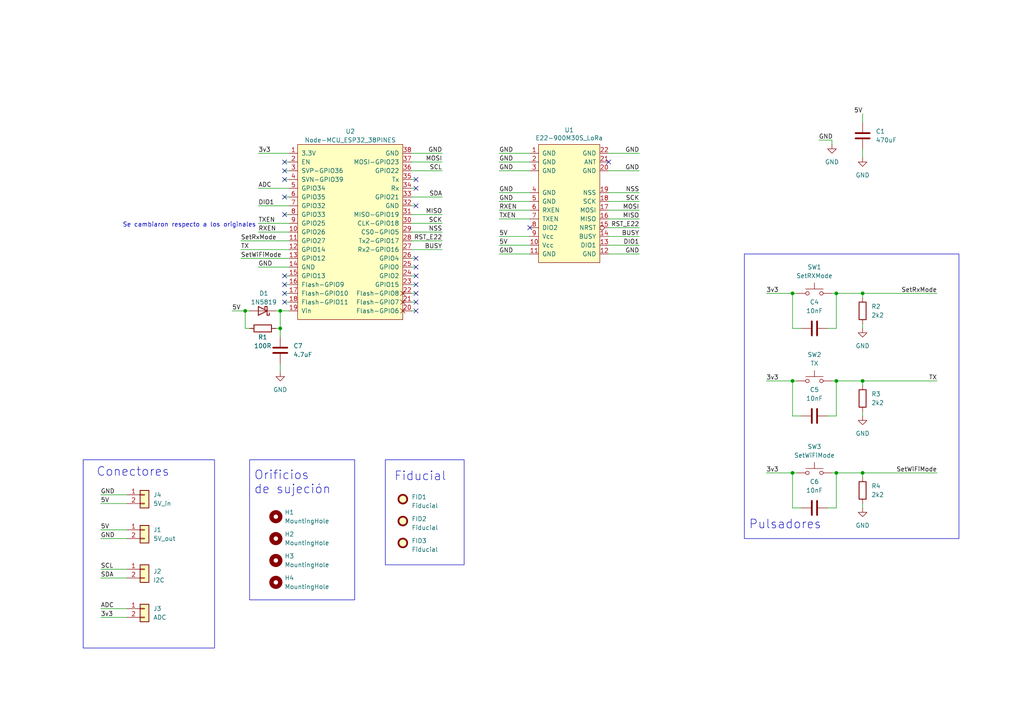
<source format=kicad_sch>
(kicad_sch (version 20230121) (generator eeschema)
  (paper "A4")
  (title_block (title "Esquema dispositivo de comunicación ESP32-E22") (date "10/03/2023") (rev "1") (company "Satellogic"))
  (lib_symbols
    (symbol "Connector_Generic:Conn_01x02" (pin_names (offset 1.016) hide)
      (property "Reference" "J" (at 0 2.54 0))
      (property "Value" "Conn_01x02" (at 0 -5.08 0))
      (symbol "Conn_01x02_1_1"
        (rectangle (start -1.27 -2.413) (end 0 -2.667) (stroke (width 0.1524)))
        (rectangle (start -1.27 0.127) (end 0 -0.127) (stroke (width 0.1524)))
        (rectangle (start -1.27 1.27) (end 1.27 -3.81) (stroke (width 0.254)) (fill (type background)))
        (pin passive line (at -5.08 0 0) (length 3.81) (name "Pin_1") (number "1"))
        (pin passive line (at -5.08 -2.54 0) (length 3.81) (name "Pin_2") (number "2"))
      )
    )
    (symbol "Device:C" (pin_numbers hide) (pin_names (offset 0.254))
      (property "Reference" "C" (at 0.635 2.54 0))
      (property "Value" "C" (at 0.635 -2.54 0))
      (symbol "C_0_1"
        (polyline (pts (xy -2.032 -0.762) (xy 2.032 -0.762)) (stroke (width 0.508)))
        (polyline (pts (xy -2.032 0.762) (xy 2.032 0.762)) (stroke (width 0.508)))
      )
      (symbol "C_1_1"
        (pin passive line (at 0 3.81 270) (length 2.794) (name "~") (number "1"))
        (pin passive line (at 0 -3.81 90) (length 2.794) (name "~") (number "2"))
      )
    )
    (symbol "Device:E22-900M30S_LoRa" (pin_names (offset 1.016))
      (property "Reference" "U" (at 0 -19.05 0))
      (property "Value" "E22-900M30S_LoRa" (at 0 17.78 0))
      (symbol "E22-900M30S_LoRa_0_1"
        (rectangle (start 8.89 16.51) (end -8.89 -17.78) (fill (type background)))
      )
      (symbol "E22-900M30S_LoRa_1_1"
        (pin power_in line (at -11.43 13.97 0) (length 2.54) (name "GND") (number "1"))
        (pin power_in line (at -11.43 -12.7 0) (length 2.54) (name "Vcc") (number "10"))
        (pin power_in line (at -11.43 -15.24 0) (length 2.54) (name "GND") (number "11"))
        (pin power_in line (at 11.43 -15.24 180) (length 2.54) (name "GND") (number "12"))
        (pin bidirectional line (at 11.43 -12.7 180) (length 2.54) (name "DIO1") (number "13"))
        (pin output line (at 11.43 -10.16 180) (length 2.54) (name "BUSY") (number "14"))
        (pin input inverted (at 11.43 -7.62 180) (length 2.54) (name "NRST") (number "15"))
        (pin output line (at 11.43 -5.08 180) (length 2.54) (name "MISO") (number "16"))
        (pin input line (at 11.43 -2.54 180) (length 2.54) (name "MOSI") (number "17"))
        (pin input line (at 11.43 0 180) (length 2.54) (name "SCK") (number "18"))
        (pin input line (at 11.43 2.54 180) (length 2.54) (name "NSS") (number "19"))
        (pin power_in line (at -11.43 11.43 0) (length 2.54) (name "GND") (number "2"))
        (pin power_in line (at 11.43 8.89 180) (length 2.54) (name "GND") (number "20"))
        (pin output line (at 11.43 11.43 180) (length 2.54) (name "ANT") (number "21"))
        (pin power_in line (at 11.43 13.97 180) (length 2.54) (name "GND") (number "22"))
        (pin power_in line (at -11.43 8.89 0) (length 2.54) (name "GND") (number "3"))
        (pin power_in line (at -11.43 2.54 0) (length 2.54) (name "GND") (number "4"))
        (pin power_in line (at -11.43 0 0) (length 2.54) (name "GND") (number "5"))
        (pin input line (at -11.43 -2.54 0) (length 2.54) (name "RXEN") (number "6"))
        (pin input line (at -11.43 -5.08 0) (length 2.54) (name "TXEN") (number "7"))
        (pin bidirectional line (at -11.43 -7.62 0) (length 2.54) (name "DIO2") (number "8"))
        (pin power_in line (at -11.43 -10.16 0) (length 2.54) (name "Vcc") (number "9"))
      )
    )
    (symbol "Device:R" (pin_numbers hide) (pin_names (offset 0))
      (property "Reference" "R" (at 2.032 0 90))
      (property "Value" "R" (at 0 0 90))
      (symbol "R_0_1"
        (rectangle (start -1.016 -2.54) (end 1.016 2.54) (stroke (width 0.254)))
      )
      (symbol "R_1_1"
        (pin passive line (at 0 3.81 270) (length 1.27) (name "~") (number "1"))
        (pin passive line (at 0 -3.81 90) (length 1.27) (name "~") (number "2"))
      )
    )
    (symbol "Diode:1N5819" (pin_numbers hide) (pin_names (offset 1.016) hide)
      (property "Reference" "D" (at 0 2.54 0))
      (property "Value" "1N5819" (at 0 -2.54 0))
      (symbol "1N5819_0_1"
        (polyline (pts (xy 1.27 0) (xy -1.27 0)))
        (polyline (pts (xy 1.27 1.27) (xy 1.27 -1.27) (xy -1.27 0) (xy 1.27 1.27)) (stroke (width 0.254)))
        (polyline (pts (xy -1.905 0.635) (xy -1.905 1.27) (xy -1.27 1.27) (xy -1.27 -1.27) (xy -0.635 -1.27) (xy -0.635 -0.635)) (stroke (width 0.254)))
      )
      (symbol "1N5819_1_1"
        (pin passive line (at -3.81 0 0) (length 2.54) (name "K") (number "1"))
        (pin passive line (at 3.81 0 180) (length 2.54) (name "A") (number "2"))
      )
    )
    (symbol "Libreria_Proyecto_Satellogic:Node-MCU_ESP32_38PINES" (pin_names (offset 1.016))
      (property "Reference" "U" (at 0 -27.94 0))
      (property "Value" "Node-MCU_ESP32_38PINES" (at -1.27 25.4 0))
      (symbol "Node-MCU_ESP32_38PINES_0_1"
        (rectangle (start -15.24 24.13) (end 15.24 -26.67) (fill (type background)))
      )
      (symbol "Node-MCU_ESP32_38PINES_1_1"
        (pin power_in line (at -17.78 21.59 0) (length 2.54) (name "3.3V") (number "1"))
        (pin bidirectional line (at -17.78 -1.27 0) (length 2.54) (name "GPIO26") (number "10"))
        (pin bidirectional line (at -17.78 -3.81 0) (length 2.54) (name "GPIO27") (number "11"))
        (pin bidirectional line (at -17.78 -6.35 0) (length 2.54) (name "GPIO14") (number "12"))
        (pin bidirectional line (at -17.78 -8.89 0) (length 2.54) (name "GPIO12") (number "13"))
        (pin power_in line (at -17.78 -11.43 0) (length 2.54) (name "GND") (number "14"))
        (pin bidirectional line (at -17.78 -13.97 0) (length 2.54) (name "GPIO13") (number "15"))
        (pin bidirectional line (at -17.78 -16.51 0) (length 2.54) (name "Flash-GPIO9") (number "16"))
        (pin bidirectional line (at -17.78 -19.05 0) (length 2.54) (name "Flash-GPIO10") (number "17"))
        (pin bidirectional line (at -17.78 -21.59 0) (length 2.54) (name "Flash-GPIO11") (number "18"))
        (pin power_in line (at -17.78 -24.13 0) (length 2.54) (name "Vin") (number "19"))
        (pin input line (at -17.78 19.05 0) (length 2.54) (name "EN") (number "2"))
        (pin output non_logic (at 17.78 -24.13 180) (length 2.54) (name "Flash-GPIO6") (number "20"))
        (pin bidirectional non_logic (at 17.78 -21.59 180) (length 2.54) (name "Flash-GPIO7") (number "21"))
        (pin bidirectional non_logic (at 17.78 -19.05 180) (length 2.54) (name "Flash-GPIO8") (number "22"))
        (pin bidirectional line (at 17.78 -16.51 180) (length 2.54) (name "GPIO15") (number "23"))
        (pin bidirectional line (at 17.78 -13.97 180) (length 2.54) (name "GPIO2") (number "24"))
        (pin bidirectional line (at 17.78 -11.43 180) (length 2.54) (name "GPIO0") (number "25"))
        (pin bidirectional line (at 17.78 -8.89 180) (length 2.54) (name "GPIO4") (number "26"))
        (pin bidirectional line (at 17.78 -6.35 180) (length 2.54) (name "Rx2-GPIO16") (number "27"))
        (pin bidirectional line (at 17.78 -3.81 180) (length 2.54) (name "Tx2-GPIO17") (number "28"))
        (pin bidirectional line (at 17.78 -1.27 180) (length 2.54) (name "CS0-GPIO5") (number "29"))
        (pin bidirectional line (at -17.78 16.51 0) (length 2.54) (name "SVP-GPIO36") (number "3"))
        (pin bidirectional line (at 17.78 1.27 180) (length 2.54) (name "CLK-GPIO18") (number "30"))
        (pin bidirectional line (at 17.78 3.81 180) (length 2.54) (name "MISO-GPIO19") (number "31"))
        (pin power_in line (at 17.78 6.35 180) (length 2.54) (name "GND") (number "32"))
        (pin bidirectional line (at 17.78 8.89 180) (length 2.54) (name "GPIO21") (number "33"))
        (pin input line (at 17.78 11.43 180) (length 2.54) (name "Rx") (number "34"))
        (pin output line (at 17.78 13.97 180) (length 2.54) (name "Tx") (number "35"))
        (pin bidirectional line (at 17.78 16.51 180) (length 2.54) (name "GPIO22") (number "36"))
        (pin bidirectional line (at 17.78 19.05 180) (length 2.54) (name "MOSI-GPIO23") (number "37"))
        (pin power_in line (at 17.78 21.59 180) (length 2.54) (name "GND") (number "38"))
        (pin bidirectional line (at -17.78 13.97 0) (length 2.54) (name "SVN-GPIO39") (number "4"))
        (pin bidirectional line (at -17.78 11.43 0) (length 2.54) (name "GPIO34") (number "5"))
        (pin bidirectional line (at -17.78 8.89 0) (length 2.54) (name "GPIO35") (number "6"))
        (pin bidirectional line (at -17.78 6.35 0) (length 2.54) (name "GPIO32") (number "7"))
        (pin bidirectional line (at -17.78 3.81 0) (length 2.54) (name "GPIO33") (number "8"))
        (pin bidirectional line (at -17.78 1.27 0) (length 2.54) (name "GPIO25") (number "9"))
      )
    )
    (symbol "Mechanical:Fiducial"
      (property "Reference" "FID" (at 0 5.08 0))
      (property "Value" "Fiducial" (at 0 3.175 0))
      (symbol "Fiducial_0_1"
        (circle (center 0 0) (radius 1.27) (stroke (width 0.508)) (fill (type background)))
      )
    )
    (symbol "Mechanical:MountingHole" (pin_names (offset 1.016))
      (property "Reference" "H" (at 0 5.08 0))
      (property "Value" "MountingHole" (at 0 3.175 0))
      (symbol "MountingHole_0_1"
        (circle (center 0 0) (radius 1.27) (stroke (width 1.27)))
      )
    )
    (symbol "Switch:SW_Push" (pin_numbers hide) (pin_names (offset 1.016) hide)
      (property "Reference" "SW" (at 1.27 2.54 0))
      (property "Value" "SW_Push" (at 0 -1.524 0))
      (symbol "SW_Push_0_1"
        (circle (center -2.032 0) (radius 0.508))
        (polyline (pts (xy 0 1.27) (xy 0 3.048)))
        (polyline (pts (xy 2.54 1.27) (xy -2.54 1.27)))
        (circle (center 2.032 0) (radius 0.508))
        (pin passive line (at -5.08 0 0) (length 2.54) (name "1") (number "1"))
        (pin passive line (at 5.08 0 180) (length 2.54) (name "2") (number "2"))
      )
    )
    (symbol "power:GND" (power) (pin_names (offset 0))
      (property "Value" "GND" (at 0 -3.81 0))
      (symbol "GND_0_1"
        (polyline (pts (xy 0 0) (xy 0 -1.27) (xy 1.27 -1.27) (xy 0 -2.54) (xy -1.27 -1.27) (xy 0 -1.27)))
      )
      (symbol "GND_1_1"
        (pin power_in line (at 0 0 270) (length 0) hide (name "GND") (number "1"))
      )
    )
  )
  (junction (at 250.19 110.49))
  (junction (at 229.87 85.09))
  (junction (at 242.57 85.09))
  (junction (at 71.12 90.17))
  (junction (at 242.57 137.16))
  (junction (at 229.87 137.16))
  (junction (at 81.28 95.25))
  (junction (at 242.57 110.49))
  (junction (at 229.87 110.49))
  (junction (at 81.28 90.17))
  (junction (at 250.19 137.16))
  (junction (at 250.19 85.09))
  (no_connect (at 82.55 49.53))
  (no_connect (at 82.55 87.63))
  (no_connect (at 120.65 74.93))
  (no_connect (at 82.55 57.15))
  (no_connect (at 153.67 66.04))
  (no_connect (at 120.65 80.01))
  (no_connect (at 82.55 82.55))
  (no_connect (at 120.65 90.17))
  (no_connect (at 82.55 85.09))
  (no_connect (at 120.65 77.47))
  (no_connect (at 120.65 85.09))
  (no_connect (at 82.55 52.07))
  (no_connect (at 120.65 87.63))
  (no_connect (at 82.55 62.23))
  (no_connect (at 82.55 46.99))
  (no_connect (at 120.65 52.07))
  (no_connect (at 120.65 59.69))
  (no_connect (at 120.65 82.55))
  (no_connect (at 120.65 54.61))
  (no_connect (at 176.53 46.99))
  (no_connect (at 82.55 80.01))
  (wire (pts (xy 120.65 74.93) (xy 119.38 74.93)))
  (wire (pts (xy 222.25 85.09) (xy 229.87 85.09)))
  (wire (pts (xy 232.41 95.25) (xy 229.87 95.25)))
  (wire (pts (xy 119.38 49.53) (xy 128.27 49.53)))
  (wire (pts (xy 72.39 95.25) (xy 71.12 95.25)))
  (wire (pts (xy 229.87 137.16) (xy 231.14 137.16)))
  (wire (pts (xy 144.78 63.5) (xy 153.67 63.5)))
  (wire (pts (xy 250.19 119.38) (xy 250.19 120.65)))
  (wire (pts (xy 71.12 90.17) (xy 72.39 90.17)))
  (wire (pts (xy 74.93 64.77) (xy 83.82 64.77)))
  (wire (pts (xy 242.57 85.09) (xy 250.19 85.09)))
  (wire (pts (xy 74.93 77.47) (xy 83.82 77.47)))
  (wire (pts (xy 82.55 46.99) (xy 83.82 46.99)))
  (wire (pts (xy 240.03 95.25) (xy 242.57 95.25)))
  (wire (pts (xy 176.53 58.42) (xy 185.42 58.42)))
  (wire (pts (xy 29.21 165.1) (xy 36.83 165.1)))
  (wire (pts (xy 176.53 49.53) (xy 185.42 49.53)))
  (wire (pts (xy 29.21 167.64) (xy 36.83 167.64)))
  (wire (pts (xy 81.28 105.41) (xy 81.28 107.95)))
  (wire (pts (xy 119.38 62.23) (xy 128.27 62.23)))
  (wire (pts (xy 240.03 147.32) (xy 242.57 147.32)))
  (wire (pts (xy 119.38 44.45) (xy 128.27 44.45)))
  (wire (pts (xy 229.87 120.65) (xy 229.87 110.49)))
  (wire (pts (xy 74.93 67.31) (xy 83.82 67.31)))
  (wire (pts (xy 250.19 85.09) (xy 250.19 86.36)))
  (wire (pts (xy 241.3 110.49) (xy 242.57 110.49)))
  (wire (pts (xy 250.19 93.98) (xy 250.19 95.25)))
  (wire (pts (xy 120.65 80.01) (xy 119.38 80.01)))
  (wire (pts (xy 250.19 33.02) (xy 250.19 35.56)))
  (wire (pts (xy 71.12 95.25) (xy 71.12 90.17)))
  (wire (pts (xy 67.31 90.17) (xy 71.12 90.17)))
  (wire (pts (xy 250.19 137.16) (xy 250.19 138.43)))
  (wire (pts (xy 80.01 90.17) (xy 81.28 90.17)))
  (wire (pts (xy 242.57 137.16) (xy 250.19 137.16)))
  (wire (pts (xy 119.38 72.39) (xy 128.27 72.39)))
  (wire (pts (xy 29.21 176.53) (xy 36.83 176.53)))
  (wire (pts (xy 242.57 120.65) (xy 242.57 110.49)))
  (wire (pts (xy 241.3 85.09) (xy 242.57 85.09)))
  (wire (pts (xy 29.21 146.05) (xy 36.83 146.05)))
  (wire (pts (xy 176.53 73.66) (xy 185.42 73.66)))
  (wire (pts (xy 241.3 137.16) (xy 242.57 137.16)))
  (wire (pts (xy 237.49 40.64) (xy 241.3 40.64)))
  (wire (pts (xy 144.78 60.96) (xy 153.67 60.96)))
  (wire (pts (xy 120.65 87.63) (xy 119.38 87.63)))
  (wire (pts (xy 229.87 95.25) (xy 229.87 85.09)))
  (wire (pts (xy 119.38 57.15) (xy 128.27 57.15)))
  (wire (pts (xy 120.65 59.69) (xy 119.38 59.69)))
  (wire (pts (xy 144.78 71.12) (xy 153.67 71.12)))
  (wire (pts (xy 119.38 67.31) (xy 128.27 67.31)))
  (wire (pts (xy 29.21 156.21) (xy 36.83 156.21)))
  (wire (pts (xy 81.28 90.17) (xy 83.82 90.17)))
  (wire (pts (xy 229.87 110.49) (xy 231.14 110.49)))
  (wire (pts (xy 250.19 85.09) (xy 271.78 85.09)))
  (wire (pts (xy 242.57 95.25) (xy 242.57 85.09)))
  (wire (pts (xy 120.65 82.55) (xy 119.38 82.55)))
  (wire (pts (xy 120.65 52.07) (xy 119.38 52.07)))
  (wire (pts (xy 176.53 63.5) (xy 185.42 63.5)))
  (wire (pts (xy 222.25 137.16) (xy 229.87 137.16)))
  (wire (pts (xy 176.53 44.45) (xy 185.42 44.45)))
  (wire (pts (xy 82.55 80.01) (xy 83.82 80.01)))
  (wire (pts (xy 232.41 120.65) (xy 229.87 120.65)))
  (wire (pts (xy 29.21 179.07) (xy 36.83 179.07)))
  (wire (pts (xy 242.57 110.49) (xy 250.19 110.49)))
  (wire (pts (xy 144.78 44.45) (xy 153.67 44.45)))
  (wire (pts (xy 250.19 43.18) (xy 250.19 45.72)))
  (wire (pts (xy 29.21 153.67) (xy 36.83 153.67)))
  (wire (pts (xy 250.19 137.16) (xy 271.78 137.16)))
  (wire (pts (xy 82.55 49.53) (xy 83.82 49.53)))
  (wire (pts (xy 240.03 120.65) (xy 242.57 120.65)))
  (wire (pts (xy 176.53 71.12) (xy 185.42 71.12)))
  (wire (pts (xy 229.87 85.09) (xy 231.14 85.09)))
  (wire (pts (xy 176.53 55.88) (xy 185.42 55.88)))
  (wire (pts (xy 176.53 68.58) (xy 185.42 68.58)))
  (wire (pts (xy 82.55 62.23) (xy 83.82 62.23)))
  (wire (pts (xy 229.87 147.32) (xy 229.87 137.16)))
  (wire (pts (xy 69.85 72.39) (xy 83.82 72.39)))
  (wire (pts (xy 242.57 147.32) (xy 242.57 137.16)))
  (wire (pts (xy 144.78 55.88) (xy 153.67 55.88)))
  (wire (pts (xy 176.53 60.96) (xy 185.42 60.96)))
  (wire (pts (xy 232.41 147.32) (xy 229.87 147.32)))
  (wire (pts (xy 82.55 82.55) (xy 83.82 82.55)))
  (wire (pts (xy 250.19 110.49) (xy 271.78 110.49)))
  (wire (pts (xy 144.78 73.66) (xy 153.67 73.66)))
  (wire (pts (xy 82.55 57.15) (xy 83.82 57.15)))
  (wire (pts (xy 29.21 143.51) (xy 36.83 143.51)))
  (wire (pts (xy 82.55 52.07) (xy 83.82 52.07)))
  (wire (pts (xy 144.78 46.99) (xy 153.67 46.99)))
  (wire (pts (xy 82.55 87.63) (xy 83.82 87.63)))
  (wire (pts (xy 120.65 85.09) (xy 119.38 85.09)))
  (wire (pts (xy 120.65 54.61) (xy 119.38 54.61)))
  (wire (pts (xy 250.19 110.49) (xy 250.19 111.76)))
  (wire (pts (xy 119.38 64.77) (xy 128.27 64.77)))
  (wire (pts (xy 119.38 46.99) (xy 128.27 46.99)))
  (wire (pts (xy 82.55 85.09) (xy 83.82 85.09)))
  (wire (pts (xy 74.93 54.61) (xy 83.82 54.61)))
  (wire (pts (xy 176.53 66.04) (xy 185.42 66.04)))
  (wire (pts (xy 250.19 146.05) (xy 250.19 147.32)))
  (wire (pts (xy 69.85 74.93) (xy 83.82 74.93)))
  (wire (pts (xy 119.38 69.85) (xy 128.27 69.85)))
  (wire (pts (xy 80.01 95.25) (xy 81.28 95.25)))
  (wire (pts (xy 120.65 77.47) (xy 119.38 77.47)))
  (wire (pts (xy 81.28 95.25) (xy 81.28 90.17)))
  (wire (pts (xy 69.85 69.85) (xy 83.82 69.85)))
  (wire (pts (xy 144.78 58.42) (xy 153.67 58.42)))
  (wire (pts (xy 222.25 110.49) (xy 229.87 110.49)))
  (wire (pts (xy 241.3 40.64) (xy 241.3 41.91)))
  (wire (pts (xy 74.93 44.45) (xy 83.82 44.45)))
  (wire (pts (xy 120.65 90.17) (xy 119.38 90.17)))
  (wire (pts (xy 144.78 68.58) (xy 153.67 68.58)))
  (wire (pts (xy 81.28 95.25) (xy 81.28 97.79)))
  (wire (pts (xy 144.78 49.53) (xy 153.67 49.53)))
  (wire (pts (xy 74.93 59.69) (xy 83.82 59.69)))
  (rectangle (start 24.13 133.35) (end 62.23 187.96))
  (rectangle (start 215.9 73.66) (end 278.13 156.21))
  (rectangle (start 72.39 133.35) (end 102.87 173.99))
  (rectangle (start 111.76 133.35) (end 134.62 163.83))
  (text "Fiducial" (at 114.3 139.7 0) (effects (font (size 2.54 2.54)) (justify left bottom)))
  (text "Pulsadores" (at 217.17 153.67 0) (effects (font (size 2.54 2.54)) (justify left bottom)))
  (text "Orificios\nde sujeción" (at 73.66 143.51 0) (effects (font (size 2.54 2.54)) (justify left bottom)))
  (text "Se cambiaron respecto a los originales" (at 35.56 66.04 0) (effects (font (size 1.27 1.27)) (justify left bottom)))
  (text "Conectores" (at 27.94 138.43 0) (effects (font (size 2.54 2.54)) (justify left bottom)))
  (label "GND" (at 144.78 46.99 0))
  (label "TXEN" (at 144.78 63.5 0))
  (label "ADC" (at 29.21 176.53 0))
  (label "5V" (at 144.78 71.12 0))
  (label "RXEN" (at 144.78 60.96 0))
  (label "GND" (at 144.78 44.45 0))
  (label "SDA" (at 128.27 57.15 180))
  (label "3v3" (at 222.25 137.16 0))
  (label "MISO" (at 128.27 62.23 180))
  (label "GND" (at 144.78 49.53 0))
  (label "SCL" (at 128.27 49.53 180))
  (label "DIO1" (at 185.42 71.12 180))
  (label "NSS" (at 185.42 55.88 180))
  (label "SDA" (at 29.21 167.64 0))
  (label "GND" (at 29.21 156.21 0))
  (label "MISO" (at 185.42 63.5 180))
  (label "SetWiFiMode" (at 271.78 137.16 180))
  (label "RST_E22" (at 185.42 66.04 180))
  (label "SetWiFiMode" (at 69.85 74.93 0))
  (label "BUSY" (at 185.42 68.58 180))
  (label "5V" (at 29.21 153.67 0))
  (label "RST_E22" (at 128.27 69.85 180))
  (label "SCK" (at 185.42 58.42 180))
  (label "SCL" (at 29.21 165.1 0))
  (label "TX" (at 69.85 72.39 0))
  (label "MOSI" (at 185.42 60.96 180))
  (label "5V" (at 144.78 68.58 0))
  (label "3v3" (at 222.25 110.49 0))
  (label "GND" (at 128.27 44.45 180))
  (label "SetRxMode" (at 271.78 85.09 180))
  (label "5V" (at 29.21 146.05 0))
  (label "GND" (at 185.42 73.66 180))
  (label "ADC" (at 74.93 54.61 0))
  (label "GND" (at 74.93 77.47 0))
  (label "SCK" (at 128.27 64.77 180))
  (label "MOSI" (at 128.27 46.99 180))
  (label "SetRxMode" (at 69.85 69.85 0))
  (label "3v3" (at 29.21 179.07 0))
  (label "GND" (at 144.78 55.88 0))
  (label "5V" (at 67.31 90.17 0))
  (label "GND" (at 237.49 40.64 0))
  (label "GND" (at 144.78 73.66 0))
  (label "RXEN" (at 74.93 67.31 0))
  (label "GND" (at 185.42 44.45 180))
  (label "5V" (at 250.19 33.02 180))
  (label "TXEN" (at 74.93 64.77 0))
  (label "DIO1" (at 74.93 59.69 0))
  (label "GND" (at 185.42 49.53 180))
  (label "GND" (at 144.78 58.42 0))
  (label "3v3" (at 74.93 44.45 0))
  (label "TX" (at 271.78 110.49 180))
  (label "3v3" (at 222.25 85.09 0))
  (label "BUSY" (at 128.27 72.39 180))
  (label "GND" (at 29.21 143.51 0))
  (label "NSS" (at 128.27 67.31 180))
  (symbol (lib_id "Device:E22-900M30S_LoRa") (at 165.1 58.42 0) (unit 1)
    (property "Reference" "U1" (at 165.1 37.719 0))
    (property "Value" "E22-900M30S_LoRa" (at 165.1 40.0304 0))
    (property "Footprint" "PCB_Satellogic:E22-900M30S_LoRa_smd" (effects hide))
  )
  (symbol (lib_id "Connector_Generic:Conn_01x02") (at 41.91 153.67 0) (unit 1)
    (property "Reference" "J1" (at 44.45 153.67 0) (effects (justify left)))
    (property "Value" "5V_out" (at 44.45 156.21 0) (effects (justify left)))
    (property "Footprint" "Connector_JST:JST_PH_B2B-PH-K_1x02_P2.00mm_Vertical" (effects hide))
  )
  (symbol (lib_id "Diode:1N5819") (at 76.2 90.17 180) (unit 1)
    (property "Reference" "D1" (at 76.5175 85.09 0))
    (property "Value" "1N5819" (at 76.5175 87.63 0))
    (property "Footprint" "Diode_THT:D_DO-41_SOD81_P10.16mm_Horizontal" (effects hide))
    (property "Datasheet" "http://www.vishay.com/docs/88525/1n5817.pdf" (effects hide))
  )
  (symbol (lib_id "Mechanical:Fiducial") (at 116.84 144.78 0) (unit 1)
    (property "Reference" "FID1" (at 119.38 144.145 0) (effects (justify left)))
    (property "Value" "Fiducial" (at 119.38 146.685 0) (effects (justify left)))
    (property "Footprint" "Fiducial:Fiducial_1.5mm_Mask3mm" (effects hide))
  )
  (symbol (lib_id "Device:C") (at 81.28 101.6 0) (unit 1)
    (property "Reference" "C7" (at 85.09 100.33 0) (effects (justify left)))
    (property "Value" "4.7uF" (at 85.09 102.87 0) (effects (justify left)))
    (property "Footprint" "Capacitor_THT:C_Radial_D10.0mm_H16.0mm_P5.00mm" (effects hide))
  )
  (symbol (lib_id "Connector_Generic:Conn_01x02") (at 41.91 176.53 0) (unit 1)
    (property "Reference" "J3" (at 44.45 176.53 0) (effects (justify left)))
    (property "Value" "ADC" (at 44.45 179.07 0) (effects (justify left)))
    (property "Footprint" "Connector_JST:JST_PH_B2B-PH-K_1x02_P2.00mm_Vertical" (effects hide))
  )
  (symbol (lib_id "power:GND") (at 81.28 107.95 0) (unit 1)
    (property "Reference" "#PWR013" (effects hide))
    (property "Value" "GND" (at 81.28 113.03 0))
  )
  (symbol (lib_id "power:GND") (at 250.19 147.32 0) (unit 1)
    (property "Reference" "#PWR011" (effects hide))
    (property "Value" "GND" (at 250.19 152.4 0))
  )
  (symbol (lib_id "Mechanical:MountingHole") (at 80.01 168.91 0) (unit 1)
    (property "Reference" "H4" (at 82.55 167.64 0) (effects (justify left)))
    (property "Value" "MountingHole" (at 82.55 170.18 0) (effects (justify left)))
    (property "Footprint" "MountingHole:MountingHole_3.2mm_M3" (effects hide))
  )
  (symbol (lib_id "Device:R") (at 76.2 95.25 270) (unit 1)
    (property "Reference" "R1" (at 76.2 97.79 90))
    (property "Value" "100R" (at 76.2 100.33 90))
    (property "Footprint" "Resistor_THT:R_Axial_DIN0207_L6.3mm_D2.5mm_P10.16mm_Horizontal" (effects hide))
  )
  (symbol (lib_id "Mechanical:Fiducial") (at 116.84 151.13 0) (unit 1)
    (property "Reference" "FID2" (at 119.38 150.495 0) (effects (justify left)))
    (property "Value" "Fiducial" (at 119.38 153.035 0) (effects (justify left)))
    (property "Footprint" "Fiducial:Fiducial_1.5mm_Mask3mm" (effects hide))
  )
  (symbol (lib_id "Mechanical:MountingHole") (at 80.01 156.21 0) (unit 1)
    (property "Reference" "H2" (at 82.55 154.94 0) (effects (justify left)))
    (property "Value" "MountingHole" (at 82.55 157.48 0) (effects (justify left)))
    (property "Footprint" "MountingHole:MountingHole_3.2mm_M3" (effects hide))
  )
  (symbol (lib_id "Switch:SW_Push") (at 236.22 110.49 0) (unit 1)
    (property "Reference" "SW2" (at 236.22 102.87 0))
    (property "Value" "TX" (at 236.22 105.41 0))
    (property "Footprint" "Button_Switch_THT:SW_PUSH_6mm_H4.3mm" (effects hide))
  )
  (symbol (lib_id "power:GND") (at 250.19 45.72 0) (unit 1)
    (property "Reference" "#PWR03" (effects hide))
    (property "Value" "GND" (at 250.19 50.8 0))
  )
  (symbol (lib_id "power:GND") (at 250.19 120.65 0) (unit 1)
    (property "Reference" "#PWR09" (effects hide))
    (property "Value" "GND" (at 250.19 125.73 0))
  )
  (symbol (lib_id "power:GND") (at 250.19 95.25 0) (unit 1)
    (property "Reference" "#PWR07" (effects hide))
    (property "Value" "GND" (at 250.19 100.33 0))
  )
  (symbol (lib_id "Switch:SW_Push") (at 236.22 85.09 0) (unit 1)
    (property "Reference" "SW1" (at 236.22 77.47 0))
    (property "Value" "SetRXMode" (at 236.22 80.01 0))
    (property "Footprint" "Button_Switch_THT:SW_PUSH_6mm_H4.3mm" (effects hide))
  )
  (symbol (lib_id "Device:C") (at 236.22 120.65 90) (unit 1)
    (property "Reference" "C5" (at 236.22 113.03 90))
    (property "Value" "10nF" (at 236.22 115.57 90))
    (property "Footprint" "Capacitor_THT:C_Disc_D8.0mm_W5.0mm_P7.50mm" (effects hide))
  )
  (symbol (lib_id "Device:R") (at 250.19 115.57 0) (unit 1)
    (property "Reference" "R3" (at 252.73 114.3 0) (effects (justify left)))
    (property "Value" "2k2" (at 252.73 116.84 0) (effects (justify left)))
    (property "Footprint" "Resistor_THT:R_Axial_DIN0207_L6.3mm_D2.5mm_P10.16mm_Horizontal" (effects hide))
  )
  (symbol (lib_id "Libreria_Proyecto_Satellogic:Node-MCU_ESP32_38PINES") (at 101.6 66.04 0) (unit 1)
    (property "Reference" "U2" (at 101.6 38.1 0))
    (property "Value" "Node-MCU_ESP32_38PINES" (at 101.6 40.64 0))
    (property "Footprint" "PCB_Satellogic:Node-MCU_ESP32_38PINES_THT_offset" (effects hide))
  )
  (symbol (lib_id "Device:C") (at 236.22 147.32 90) (unit 1)
    (property "Reference" "C6" (at 236.22 139.7 90))
    (property "Value" "10nF" (at 236.22 142.24 90))
    (property "Footprint" "Capacitor_THT:C_Disc_D8.0mm_W5.0mm_P7.50mm" (effects hide))
  )
  (symbol (lib_id "Mechanical:MountingHole") (at 80.01 162.56 0) (unit 1)
    (property "Reference" "H3" (at 82.55 161.29 0) (effects (justify left)))
    (property "Value" "MountingHole" (at 82.55 163.83 0) (effects (justify left)))
    (property "Footprint" "MountingHole:MountingHole_3.2mm_M3" (effects hide))
  )
  (symbol (lib_id "Switch:SW_Push") (at 236.22 137.16 0) (unit 1)
    (property "Reference" "SW3" (at 236.22 129.54 0))
    (property "Value" "SetWiFiMode" (at 236.22 132.08 0))
    (property "Footprint" "Button_Switch_THT:SW_PUSH_6mm_H4.3mm" (effects hide))
  )
  (symbol (lib_id "Mechanical:Fiducial") (at 116.84 157.48 0) (unit 1)
    (property "Reference" "FID3" (at 119.38 156.845 0) (effects (justify left)))
    (property "Value" "Fiducial" (at 119.38 159.385 0) (effects (justify left)))
    (property "Footprint" "Fiducial:Fiducial_1.5mm_Mask3mm" (effects hide))
  )
  (symbol (lib_id "Device:C") (at 236.22 95.25 270) (unit 1)
    (property "Reference" "C4" (at 236.22 87.63 90))
    (property "Value" "10nF" (at 236.22 90.17 90))
    (property "Footprint" "Capacitor_THT:C_Disc_D8.0mm_W5.0mm_P7.50mm" (effects hide))
  )
  (symbol (lib_id "Mechanical:MountingHole") (at 80.01 149.86 0) (unit 1)
    (property "Reference" "H1" (at 82.55 148.59 0) (effects (justify left)))
    (property "Value" "MountingHole" (at 82.55 151.13 0) (effects (justify left)))
    (property "Footprint" "MountingHole:MountingHole_3.2mm_M3" (effects hide))
  )
  (symbol (lib_id "Device:R") (at 250.19 142.24 0) (unit 1)
    (property "Reference" "R4" (at 252.73 140.97 0) (effects (justify left)))
    (property "Value" "2k2" (at 252.73 143.51 0) (effects (justify left)))
    (property "Footprint" "Resistor_THT:R_Axial_DIN0207_L6.3mm_D2.5mm_P10.16mm_Horizontal" (effects hide))
  )
  (symbol (lib_id "Connector_Generic:Conn_01x02") (at 41.91 143.51 0) (unit 1)
    (property "Reference" "J4" (at 44.45 143.51 0) (effects (justify left)))
    (property "Value" "5V_in" (at 44.45 146.05 0) (effects (justify left)))
    (property "Footprint" "Connector_JST:JST_PH_B2B-PH-K_1x02_P2.00mm_Vertical" (effects hide))
  )
  (symbol (lib_id "Device:C") (at 250.19 39.37 0) (unit 1)
    (property "Reference" "C1" (at 254 38.1 0) (effects (justify left)))
    (property "Value" "470uF" (at 254 40.64 0) (effects (justify left)))
    (property "Footprint" "Capacitor_THT:C_Radial_D10.0mm_H16.0mm_P5.00mm" (effects hide))
  )
  (symbol (lib_id "Device:R") (at 250.19 90.17 0) (unit 1)
    (property "Reference" "R2" (at 252.73 88.9 0) (effects (justify left)))
    (property "Value" "2k2" (at 252.73 91.44 0) (effects (justify left)))
    (property "Footprint" "Resistor_THT:R_Axial_DIN0207_L6.3mm_D2.5mm_P10.16mm_Horizontal" (effects hide))
  )
  (symbol (lib_id "power:GND") (at 241.3 41.91 0) (unit 1)
    (property "Reference" "#PWR01" (effects hide))
    (property "Value" "GND" (at 241.3 46.99 0))
  )
  (symbol (lib_id "Connector_Generic:Conn_01x02") (at 41.91 165.1 0) (unit 1)
    (property "Reference" "J2" (at 44.45 165.735 0) (effects (justify left)))
    (property "Value" "I2C" (at 44.45 168.275 0) (effects (justify left)))
    (property "Footprint" "Connector_JST:JST_PH_B2B-PH-K_1x02_P2.00mm_Vertical" (effects hide))
  )
)
</source>
